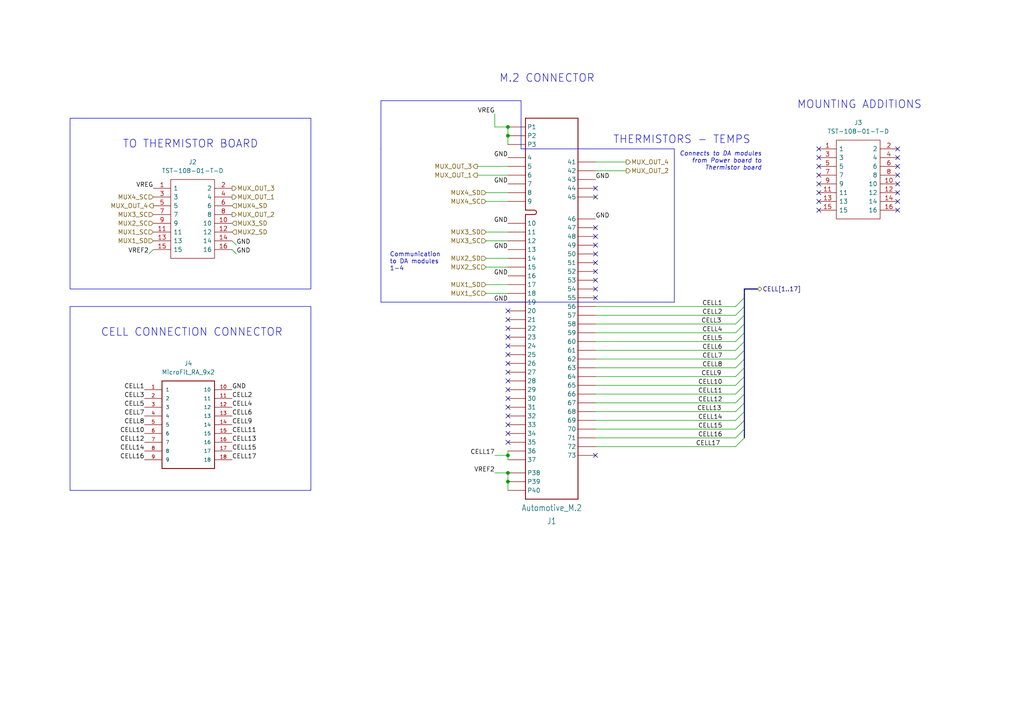
<source format=kicad_sch>
(kicad_sch (version 20230121) (generator eeschema)
  (paper "A4")
  (lib_symbols
    (symbol "OEM:Automotive_M.2"
      (property "Reference" "J?" (at 1.27 49.53 0))
      (property "Value" "Automotive_M.2" (at 7.62 45.72 0))
      (symbol "Automotive_M.2_0_1"
        (arc (start -5.0436 15.2415) (mid -4.4198 15.8765) (end -5.0436 16.5115) (stroke (width 0.25)))
        (polyline (pts (xy -7.62 15.24) (xy -5.08 15.24)) (stroke (width 0.25)))
        (polyline (pts (xy -7.62 16.51) (xy -5.08 16.51)) (stroke (width 0.25)))
        (polyline (pts (xy -7.62 43.18) (xy -7.62 16.51)) (stroke (width 0.25)))
        (polyline (pts (xy 7.62 -67.31) (xy -7.62 -67.31)) (stroke (width 0.25)))
      )
      (symbol "Automotive_M.2_1_0"
        (polyline (pts (xy -7.62 -67.31) (xy -7.62 15.24)) (stroke (width 0.254)))
        (polyline (pts (xy 7.62 43.18) (xy -7.62 43.18)) (stroke (width 0.254)))
        (polyline (pts (xy 7.62 43.18) (xy 7.62 -67.31)) (stroke (width 0.254)))
        (pin bidirectional line (at -12.7 12.7 0) (length 5.08) (name "10") (number "10"))
        (pin bidirectional line (at -12.7 10.16 0) (length 5.08) (name "11") (number "11"))
        (pin bidirectional line (at -12.7 7.62 0) (length 5.08) (name "12") (number "12"))
        (pin bidirectional line (at -12.7 5.08 0) (length 5.08) (name "13") (number "13"))
        (pin bidirectional line (at -12.7 2.54 0) (length 5.08) (name "14") (number "14"))
        (pin bidirectional line (at -12.7 0 0) (length 5.08) (name "15") (number "15"))
        (pin bidirectional line (at -12.7 -2.54 0) (length 5.08) (name "16") (number "16"))
        (pin bidirectional line (at -12.7 -5.08 0) (length 5.08) (name "17") (number "17"))
        (pin bidirectional line (at -12.7 -7.62 0) (length 5.08) (name "18") (number "18"))
        (pin bidirectional line (at -12.7 -10.16 0) (length 5.08) (name "19") (number "19"))
        (pin bidirectional line (at -12.7 -12.7 0) (length 5.08) (name "20") (number "20"))
        (pin bidirectional line (at -12.7 -15.24 0) (length 5.08) (name "21") (number "21"))
        (pin bidirectional line (at -12.7 -17.78 0) (length 5.08) (name "22") (number "22"))
        (pin bidirectional line (at -12.7 -20.32 0) (length 5.08) (name "23") (number "23"))
        (pin bidirectional line (at -12.7 -22.86 0) (length 5.08) (name "24") (number "24"))
        (pin bidirectional line (at -12.7 -25.4 0) (length 5.08) (name "25") (number "25"))
        (pin bidirectional line (at -12.7 -27.94 0) (length 5.08) (name "26") (number "26"))
        (pin bidirectional line (at -12.7 -30.48 0) (length 5.08) (name "27") (number "27"))
        (pin bidirectional line (at -12.7 -33.02 0) (length 5.08) (name "28") (number "28"))
        (pin bidirectional line (at -12.7 -35.56 0) (length 5.08) (name "29") (number "29"))
        (pin bidirectional line (at -12.7 -38.1 0) (length 5.08) (name "30") (number "30"))
        (pin bidirectional line (at -12.7 -40.64 0) (length 5.08) (name "31") (number "31"))
        (pin bidirectional line (at -12.7 -43.18 0) (length 5.08) (name "32") (number "32"))
        (pin bidirectional line (at -12.7 -45.72 0) (length 5.08) (name "33") (number "33"))
        (pin bidirectional line (at -12.7 -48.26 0) (length 5.08) (name "34") (number "34"))
        (pin bidirectional line (at -12.7 -50.8 0) (length 5.08) (name "35") (number "35"))
        (pin bidirectional line (at -12.7 -53.34 0) (length 5.08) (name "36") (number "36"))
        (pin bidirectional line (at -12.7 -55.88 0) (length 5.08) (name "37") (number "37"))
        (pin bidirectional line (at -12.7 31.75 0) (length 5.08) (name "4") (number "4"))
        (pin bidirectional line (at 12.7 30.48 180) (length 5.08) (name "41") (number "41"))
        (pin bidirectional line (at 12.7 27.94 180) (length 5.08) (name "42") (number "42"))
        (pin bidirectional line (at 12.7 25.4 180) (length 5.08) (name "43") (number "43"))
        (pin bidirectional line (at 12.7 22.86 180) (length 5.08) (name "44") (number "44"))
        (pin bidirectional line (at 12.7 20.32 180) (length 5.08) (name "45") (number "45"))
        (pin bidirectional line (at 12.7 13.97 180) (length 5.08) (name "46") (number "46"))
        (pin bidirectional line (at 12.7 11.43 180) (length 5.08) (name "47") (number "47"))
        (pin bidirectional line (at 12.7 8.89 180) (length 5.08) (name "48") (number "48"))
        (pin bidirectional line (at 12.7 6.35 180) (length 5.08) (name "49") (number "49"))
        (pin bidirectional line (at -12.7 29.21 0) (length 5.08) (name "5") (number "5"))
        (pin bidirectional line (at 12.7 3.81 180) (length 5.08) (name "50") (number "50"))
        (pin bidirectional line (at 12.7 1.27 180) (length 5.08) (name "51") (number "51"))
        (pin bidirectional line (at 12.7 -1.27 180) (length 5.08) (name "52") (number "52"))
        (pin bidirectional line (at 12.7 -3.81 180) (length 5.08) (name "53") (number "53"))
        (pin bidirectional line (at 12.7 -6.35 180) (length 5.08) (name "54") (number "54"))
        (pin bidirectional line (at 12.7 -8.89 180) (length 5.08) (name "55") (number "55"))
        (pin bidirectional line (at 12.7 -11.43 180) (length 5.08) (name "56") (number "56"))
        (pin bidirectional line (at 12.7 -13.97 180) (length 5.08) (name "57") (number "57"))
        (pin bidirectional line (at 12.7 -16.51 180) (length 5.08) (name "58") (number "58"))
        (pin bidirectional line (at 12.7 -19.05 180) (length 5.08) (name "59") (number "59"))
        (pin bidirectional line (at -12.7 26.67 0) (length 5.08) (name "6") (number "6"))
        (pin bidirectional line (at 12.7 -21.59 180) (length 5.08) (name "60") (number "60"))
        (pin bidirectional line (at 12.7 -24.13 180) (length 5.08) (name "61") (number "61"))
        (pin bidirectional line (at 12.7 -26.67 180) (length 5.08) (name "62") (number "62"))
        (pin bidirectional line (at 12.7 -29.21 180) (length 5.08) (name "63") (number "63"))
        (pin bidirectional line (at 12.7 -31.75 180) (length 5.08) (name "64") (number "64"))
        (pin bidirectional line (at 12.7 -34.29 180) (length 5.08) (name "65") (number "65"))
        (pin bidirectional line (at 12.7 -36.83 180) (length 5.08) (name "66") (number "66"))
        (pin bidirectional line (at 12.7 -39.37 180) (length 5.08) (name "67") (number "67"))
        (pin bidirectional line (at 12.7 -41.91 180) (length 5.08) (name "68") (number "68"))
        (pin bidirectional line (at 12.7 -44.45 180) (length 5.08) (name "69") (number "69"))
        (pin bidirectional line (at -12.7 24.13 0) (length 5.08) (name "7") (number "7"))
        (pin bidirectional line (at 12.7 -46.99 180) (length 5.08) (name "70") (number "70"))
        (pin bidirectional line (at 12.7 -49.53 180) (length 5.08) (name "71") (number "71"))
        (pin bidirectional line (at 12.7 -52.07 180) (length 5.08) (name "72") (number "72"))
        (pin bidirectional line (at 12.7 -54.61 180) (length 5.08) (name "73") (number "73"))
        (pin bidirectional line (at -12.7 21.59 0) (length 5.08) (name "8") (number "8"))
        (pin bidirectional line (at -12.7 19.05 0) (length 5.08) (name "9") (number "9"))
        (pin bidirectional line (at -12.7 40.64 0) (length 5.08) (name "P1") (number "P1"))
        (pin bidirectional line (at -12.7 38.1 0) (length 5.08) (name "P2") (number "P2"))
        (pin bidirectional line (at -12.7 35.56 0) (length 5.08) (name "P3") (number "P3"))
        (pin bidirectional line (at -12.7 -59.69 0) (length 5.08) (name "P38") (number "P38"))
        (pin bidirectional line (at -12.7 -62.23 0) (length 5.08) (name "P39") (number "P39"))
        (pin bidirectional line (at -12.7 -64.77 0) (length 5.08) (name "P40") (number "P40"))
      )
    )
    (symbol "OEM:MicroFit_RA_9x2" (pin_names (offset 1.016))
      (property "Reference" "J" (at -7.62 13.97 0))
      (property "Value" "MicroFit_RA_9x2" (at -7.62 -15.24 0))
      (symbol "MicroFit_RA_9x2_0_0"
        (pin passive line (at -12.7 10.16 0) (length 5.08) (name "1") (number "1"))
        (pin passive line (at 12.7 10.16 180) (length 5.08) (name "10") (number "10"))
        (pin passive line (at 12.7 7.62 180) (length 5.08) (name "11") (number "11"))
        (pin passive line (at 12.7 5.08 180) (length 5.08) (name "12") (number "12"))
        (pin passive line (at 12.7 2.54 180) (length 5.08) (name "13") (number "13"))
        (pin passive line (at 12.7 0 180) (length 5.08) (name "14") (number "14"))
        (pin passive line (at 12.7 -2.54 180) (length 5.08) (name "15") (number "15"))
        (pin passive line (at 12.7 -5.08 180) (length 5.08) (name "16") (number "16"))
        (pin passive line (at 12.7 -7.62 180) (length 5.08) (name "17") (number "17"))
        (pin passive line (at 12.7 -10.16 180) (length 5.08) (name "18") (number "18"))
        (pin passive line (at -12.7 7.62 0) (length 5.08) (name "2") (number "2"))
        (pin passive line (at -12.7 5.08 0) (length 5.08) (name "3") (number "3"))
        (pin passive line (at -12.7 2.54 0) (length 5.08) (name "4") (number "4"))
        (pin passive line (at -12.7 0 0) (length 5.08) (name "5") (number "5"))
        (pin passive line (at -12.7 -2.54 0) (length 5.08) (name "6") (number "6"))
        (pin passive line (at -12.7 -5.08 0) (length 5.08) (name "7") (number "7"))
        (pin passive line (at -12.7 -7.62 0) (length 5.08) (name "8") (number "8"))
        (pin passive line (at -12.7 -10.16 0) (length 5.08) (name "9") (number "9"))
      )
      (symbol "MicroFit_RA_9x2_1_0"
        (rectangle (start -7.62 12.7) (end 7.62 -12.7) (stroke (width 0.254)))
      )
    )
    (symbol "OEM:TST-108-01-T-D" (pin_names (offset 0.762))
      (property "Reference" "J" (at 7.62 16.51 0))
      (property "Value" "TST-108-01-T-D" (at 7.62 13.97 0))
      (symbol "TST-108-01-T-D_0_0"
        (pin passive line (at -11.43 8.89 0) (length 5.08) (name "1") (number "1"))
        (pin passive line (at 11.43 -1.27 180) (length 5.08) (name "10") (number "10"))
        (pin passive line (at -11.43 -3.81 0) (length 5.08) (name "11") (number "11"))
        (pin passive line (at 11.43 -3.81 180) (length 5.08) (name "12") (number "12"))
        (pin passive line (at -11.43 -6.35 0) (length 5.08) (name "13") (number "13"))
        (pin passive line (at 11.43 -6.35 180) (length 5.08) (name "14") (number "14"))
        (pin passive line (at -11.43 -8.89 0) (length 5.08) (name "15") (number "15"))
        (pin passive line (at 11.43 -8.89 180) (length 5.08) (name "16") (number "16"))
        (pin passive line (at 11.43 8.89 180) (length 5.08) (name "2") (number "2"))
        (pin passive line (at -11.43 6.35 0) (length 5.08) (name "3") (number "3"))
        (pin passive line (at 11.43 6.35 180) (length 5.08) (name "4") (number "4"))
        (pin passive line (at -11.43 3.81 0) (length 5.08) (name "5") (number "5"))
        (pin passive line (at 11.43 3.81 180) (length 5.08) (name "6") (number "6"))
        (pin passive line (at -11.43 1.27 0) (length 5.08) (name "7") (number "7"))
        (pin passive line (at 11.43 1.27 180) (length 5.08) (name "8") (number "8"))
        (pin passive line (at -11.43 -1.27 0) (length 5.08) (name "9") (number "9"))
      )
      (symbol "TST-108-01-T-D_0_1"
        (polyline (pts (xy -6.35 11.43) (xy 6.35 11.43) (xy 6.35 -11.43) (xy -6.35 -11.43) (xy -6.35 11.43)) (stroke (width 0.1524)))
      )
    )
  )
  (junction (at 147.32 139.7))
  (junction (at 147.32 39.37))
  (junction (at 147.32 36.83))
  (junction (at 147.32 137.16))
  (junction (at 147.32 132.08))
  (no_connect (at 172.72 66.04))
  (no_connect (at 260.35 53.34))
  (no_connect (at 172.72 54.61))
  (no_connect (at 237.49 45.72))
  (no_connect (at 147.32 105.41))
  (no_connect (at 147.32 110.49))
  (no_connect (at 237.49 60.96))
  (no_connect (at 172.72 57.15))
  (no_connect (at 147.32 113.03))
  (no_connect (at 147.32 90.17))
  (no_connect (at 260.35 43.18))
  (no_connect (at 237.49 55.88))
  (no_connect (at 172.72 68.58))
  (no_connect (at 172.72 83.82))
  (no_connect (at 237.49 48.26))
  (no_connect (at 237.49 43.18))
  (no_connect (at 147.32 97.79))
  (no_connect (at 260.35 45.72))
  (no_connect (at 260.35 55.88))
  (no_connect (at 260.35 48.26))
  (no_connect (at 172.72 76.2))
  (no_connect (at 172.72 78.74))
  (no_connect (at 237.49 50.8))
  (no_connect (at 147.32 107.95))
  (no_connect (at 260.35 50.8))
  (no_connect (at 172.72 73.66))
  (no_connect (at 260.35 60.96))
  (no_connect (at 147.32 115.57))
  (no_connect (at 172.72 86.36))
  (no_connect (at 147.32 102.87))
  (no_connect (at 237.49 53.34))
  (no_connect (at 260.35 58.42))
  (no_connect (at 147.32 92.71))
  (no_connect (at 147.32 123.19))
  (no_connect (at 172.72 81.28))
  (no_connect (at 172.72 132.08))
  (no_connect (at 172.72 71.12))
  (no_connect (at 147.32 120.65))
  (no_connect (at 147.32 118.11))
  (no_connect (at 147.32 125.73))
  (no_connect (at 147.32 95.25))
  (no_connect (at 147.32 100.33))
  (no_connect (at 147.32 128.27))
  (no_connect (at 237.49 58.42))
  (bus_entry (at 215.9 106.68) (size -2.54 2.54))
  (bus_entry (at 215.9 86.36) (size -2.54 2.54))
  (bus_entry (at 215.9 93.98) (size -2.54 2.54))
  (bus_entry (at 215.9 109.22) (size -2.54 2.54))
  (bus_entry (at 215.9 119.38) (size -2.54 2.54))
  (bus_entry (at 215.9 116.84) (size -2.54 2.54))
  (bus_entry (at 215.9 96.52) (size -2.54 2.54))
  (bus_entry (at 215.9 101.6) (size -2.54 2.54))
  (bus_entry (at 215.9 124.46) (size -2.54 2.54))
  (bus_entry (at 215.9 114.3) (size -2.54 2.54))
  (bus_entry (at 215.9 121.92) (size -2.54 2.54))
  (bus_entry (at 215.9 104.14) (size -2.54 2.54))
  (bus_entry (at 215.9 127) (size -2.54 2.54))
  (bus_entry (at 215.9 91.44) (size -2.54 2.54))
  (bus_entry (at 215.9 99.06) (size -2.54 2.54))
  (bus_entry (at 215.9 88.9) (size -2.54 2.54))
  (bus_entry (at 215.9 111.76) (size -2.54 2.54))
  (wire (pts (xy 143.51 132.08) (xy 147.32 132.08)))
  (wire (pts (xy 68.58 73.66) (xy 67.31 72.39)))
  (bus (pts (xy 215.9 114.3) (xy 215.9 116.84)))
  (polyline (pts (xy 110.49 43.18) (xy 110.49 87.63)))
  (wire (pts (xy 213.36 91.44) (xy 172.72 91.44)))
  (wire (pts (xy 147.32 130.81) (xy 147.32 132.08)))
  (bus (pts (xy 219.71 83.82) (xy 215.9 83.82)))
  (bus (pts (xy 215.9 109.22) (xy 215.9 111.76)))
  (wire (pts (xy 213.36 129.54) (xy 172.72 129.54)))
  (bus (pts (xy 215.9 91.44) (xy 215.9 93.98)))
  (bus (pts (xy 215.9 116.84) (xy 215.9 119.38)))
  (wire (pts (xy 147.32 139.7) (xy 147.32 142.24)))
  (bus (pts (xy 215.9 96.52) (xy 215.9 99.06)))
  (wire (pts (xy 213.36 96.52) (xy 172.72 96.52)))
  (wire (pts (xy 140.97 55.88) (xy 147.32 55.88)))
  (wire (pts (xy 213.36 104.14) (xy 172.72 104.14)))
  (wire (pts (xy 147.32 39.37) (xy 147.32 41.91)))
  (wire (pts (xy 143.51 36.83) (xy 147.32 36.83)))
  (wire (pts (xy 213.36 119.38) (xy 172.72 119.38)))
  (polyline (pts (xy 195.58 87.63) (xy 195.58 43.18)))
  (wire (pts (xy 213.36 114.3) (xy 172.72 114.3)))
  (wire (pts (xy 43.18 73.66) (xy 44.45 72.39)))
  (wire (pts (xy 213.36 124.46) (xy 172.72 124.46)))
  (wire (pts (xy 147.32 36.83) (xy 147.32 39.37)))
  (bus (pts (xy 215.9 124.46) (xy 215.9 127)))
  (polyline (pts (xy 151.13 43.18) (xy 195.58 43.18)))
  (wire (pts (xy 143.51 33.02) (xy 143.51 36.83)))
  (wire (pts (xy 213.36 121.92) (xy 172.72 121.92)))
  (wire (pts (xy 140.97 67.31) (xy 147.32 67.31)))
  (polyline (pts (xy 151.13 29.21) (xy 151.13 43.18)))
  (bus (pts (xy 215.9 93.98) (xy 215.9 96.52)))
  (wire (pts (xy 213.36 116.84) (xy 172.72 116.84)))
  (wire (pts (xy 140.97 69.85) (xy 147.32 69.85)))
  (bus (pts (xy 215.9 88.9) (xy 215.9 91.44)))
  (bus (pts (xy 215.9 111.76) (xy 215.9 114.3)))
  (wire (pts (xy 147.32 137.16) (xy 147.32 139.7)))
  (bus (pts (xy 215.9 106.68) (xy 215.9 109.22)))
  (wire (pts (xy 68.58 71.12) (xy 67.31 69.85)))
  (wire (pts (xy 140.97 74.93) (xy 147.32 74.93)))
  (bus (pts (xy 215.9 101.6) (xy 215.9 104.14)))
  (wire (pts (xy 143.51 137.16) (xy 147.32 137.16)))
  (wire (pts (xy 147.32 132.08) (xy 147.32 133.35)))
  (bus (pts (xy 215.9 83.82) (xy 215.9 86.36)))
  (polyline (pts (xy 110.49 87.63) (xy 195.58 87.63)))
  (wire (pts (xy 140.97 58.42) (xy 147.32 58.42)))
  (wire (pts (xy 213.36 88.9) (xy 172.72 88.9)))
  (bus (pts (xy 215.9 104.14) (xy 215.9 106.68)))
  (wire (pts (xy 213.36 127) (xy 172.72 127)))
  (polyline (pts (xy 110.49 29.21) (xy 151.13 29.21)))
  (bus (pts (xy 215.9 119.38) (xy 215.9 121.92)))
  (bus (pts (xy 215.9 121.92) (xy 215.9 124.46)))
  (wire (pts (xy 213.36 106.68) (xy 172.72 106.68)))
  (wire (pts (xy 138.43 50.8) (xy 147.32 50.8)))
  (wire (pts (xy 138.43 48.26) (xy 147.32 48.26)))
  (wire (pts (xy 181.61 46.99) (xy 172.72 46.99)))
  (bus (pts (xy 215.9 86.36) (xy 215.9 88.9)))
  (wire (pts (xy 213.36 109.22) (xy 172.72 109.22)))
  (bus (pts (xy 215.9 99.06) (xy 215.9 101.6)))
  (wire (pts (xy 213.36 111.76) (xy 172.72 111.76)))
  (wire (pts (xy 140.97 85.09) (xy 147.32 85.09)))
  (wire (pts (xy 213.36 101.6) (xy 172.72 101.6)))
  (wire (pts (xy 181.61 49.53) (xy 172.72 49.53)))
  (wire (pts (xy 213.36 99.06) (xy 172.72 99.06)))
  (wire (pts (xy 140.97 77.47) (xy 147.32 77.47)))
  (polyline (pts (xy 110.49 43.18) (xy 110.49 29.21)))
  (wire (pts (xy 213.36 93.98) (xy 172.72 93.98)))
  (wire (pts (xy 140.97 82.55) (xy 147.32 82.55)))
  (rectangle (start 20.32 34.29) (end 90.17 83.82))
  (rectangle (start 20.32 88.9) (end 90.17 142.24))
  (text "MOUNTING ADDITIONS" (at 231.14 31.75 0) (effects (font (size 2.2606 2.2606)) (justify left bottom)))
  (text "THERMISTORS - TEMPS" (at 177.8 41.91 0) (effects (font (size 2.2606 2.2606)) (justify left bottom)))
  (text "CELL CONNECTION CONNECTOR" (at 29.21 97.79 0) (effects (font (size 2.2606 2.2606)) (justify left bottom)))
  (text "M.2 CONNECTOR" (at 144.78 24.13 0) (effects (font (size 2.2606 2.2606)) (justify left bottom)))
  (text "TO THERMISTOR BOARD" (at 35.56 43.18 0) (effects (font (size 2.2606 2.2606)) (justify left bottom)))
  (text "Communication\nto DA modules\n1-4" (at 113.03 78.74 0) (effects (font (size 1.27 1.27)) (justify left bottom)))
  (text "Connects to DA modules\nfrom Power board to\nThermistor board" (at 220.98 49.53 0) (effects (font (size 1.27 1.27) italic) (justify right bottom)))
  (label "CELL15" (at 67.31 130.81 0))
  (label "GND" (at 172.72 63.5 0))
  (label "CELL4" (at 67.31 118.11 0))
  (label "CELL8" (at 209.55 106.68 180))
  (label "GND" (at 147.32 53.34 180))
  (label "CELL5" (at 41.91 118.11 180))
  (label "CELL7" (at 209.55 104.14 180))
  (label "CELL12" (at 209.55 116.84 180))
  (label "CELL2" (at 209.55 91.44 180))
  (label "GND" (at 67.31 113.03 0))
  (label "GND" (at 147.32 87.63 180))
  (label "CELL10" (at 41.91 125.73 180))
  (label "CELL17" (at 208.9224 129.54 180))
  (label "CELL2" (at 67.31 115.57 0))
  (label "CELL14" (at 209.55 121.92 180))
  (label "CELL1" (at 41.91 113.03 180))
  (label "CELL12" (at 41.91 128.27 180))
  (label "CELL15" (at 209.55 124.46 180))
  (label "CELL10" (at 209.55 111.76 180))
  (label "CELL7" (at 41.91 120.65 180))
  (label "CELL16" (at 41.91 133.35 180))
  (label "CELL3" (at 41.91 115.57 180))
  (label "CELL8" (at 41.91 123.19 180))
  (label "GND" (at 147.32 80.01 180))
  (label "CELL9" (at 209.2715 109.22 180))
  (label "CELL17" (at 67.31 133.35 0))
  (label "VREF2" (at 143.51 137.16 180))
  (label "CELL5" (at 209.55 99.06 180))
  (label "VREG" (at 143.51 33.02 180))
  (label "GND" (at 147.32 45.72 180))
  (label "CELL3" (at 209.2715 93.98 180))
  (label "CELL13" (at 209.2715 119.38 180))
  (label "GND" (at 147.32 64.77 180))
  (label "GND" (at 147.32 72.39 180))
  (label "VREG" (at 44.45 54.61 180))
  (label "CELL4" (at 209.55 96.52 180))
  (label "GND" (at 172.72 52.07 0))
  (label "CELL14" (at 41.91 130.81 180))
  (label "CELL13" (at 67.31 128.27 0))
  (label "CELL9" (at 67.31 123.19 0))
  (label "CELL11" (at 67.31 125.73 0))
  (label "CELL16" (at 209.55 127 180))
  (label "CELL11" (at 209.55 114.3 180))
  (label "CELL6" (at 209.55 101.6 180))
  (label "CELL17" (at 143.51 132.08 180))
  (label "CELL6" (at 67.31 120.65 0))
  (label "VREF2" (at 43.18 73.66 180))
  (label "CELL1" (at 209.55 88.9 180))
  (label "GND" (at 68.58 73.66 0))
  (label "GND" (at 68.58 71.12 0))
  (hierarchical_label "MUX2_SC" (shape input) (at 44.45 64.77 180))
  (hierarchical_label "MUX_OUT_4" (shape output) (at 181.61 46.99 0))
  (hierarchical_label "MUX1_SD" (shape input) (at 44.45 69.85 180))
  (hierarchical_label "MUX1_SD" (shape input) (at 140.97 82.55 180))
  (hierarchical_label "MUX3_SC" (shape input) (at 44.45 62.23 180))
  (hierarchical_label "MUX4_SD" (shape input) (at 67.31 59.69 0))
  (hierarchical_label "CELL[1..17]" (shape bidirectional) (at 219.71 83.82 0))
  (hierarchical_label "MUX2_SD" (shape input) (at 140.97 74.93 180))
  (hierarchical_label "MUX1_SC" (shape input) (at 44.45 67.31 180))
  (hierarchical_label "MUX2_SC" (shape input) (at 140.97 77.47 180))
  (hierarchical_label "MUX_OUT_2" (shape output) (at 67.31 62.23 0))
  (hierarchical_label "MUX_OUT_3" (shape output) (at 138.43 48.26 180))
  (hierarchical_label "MUX3_SC" (shape input) (at 140.97 69.85 180))
  (hierarchical_label "MUX4_SC" (shape input) (at 140.97 58.42 180))
  (hierarchical_label "MUX3_SD" (shape input) (at 67.31 64.77 0))
  (hierarchical_label "MUX1_SC" (shape input) (at 140.97 85.09 180))
  (hierarchical_label "MUX_OUT_2" (shape output) (at 181.61 49.53 0))
  (hierarchical_label "MUX_OUT_3" (shape output) (at 67.31 54.61 0))
  (hierarchical_label "MUX4_SD" (shape input) (at 140.97 55.88 180))
  (hierarchical_label "MUX_OUT_1" (shape output) (at 67.31 57.15 0))
  (hierarchical_label "MUX3_SD" (shape input) (at 140.97 67.31 180))
  (hierarchical_label "MUX2_SD" (shape input) (at 67.31 67.31 0))
  (hierarchical_label "MUX_OUT_4" (shape output) (at 44.45 59.69 180))
  (hierarchical_label "MUX_OUT_1" (shape output) (at 138.43 50.8 180))
  (hierarchical_label "MUX4_SC" (shape input) (at 44.45 57.15 180))
  (symbol (lib_id "OEM:TST-108-01-T-D") (at 55.88 63.5 0) (unit 1)
    (property "Reference" "J2" (at 55.88 46.99 0))
    (property "Value" "TST-108-01-T-D" (at 55.88 49.53 0))
    (property "Footprint" "OEM:TST-108-XX-T-D" (effects hide))
    (property "Datasheet" "http://suddendocs.samtec.com/prints/tst-1xx-xx-x-x-xx-xx-mkt.pdf" (effects hide))
    (property "MPN" "TST-108-01-T-D" (effects hide))
    (property "MFN" "Samtec" (effects hide))
    (property "DKPN" "SAM13026-ND" (effects hide))
    (property "NewDesigns" "YES" (effects hide))
    (property "Stocked" "Bulk" (effects hide))
    (property "Package" "Custom" (effects hide))
    (property "Style" "THT" (effects hide))
    (property "MatesWith" "IDSD-08-D-04.00-T-G-ND" (effects hide))
  )
  (symbol (lib_id "OEM:MicroFit_RA_9x2") (at 54.61 123.19 0) (unit 1)
    (property "Reference" "J4" (at 54.61 105.41 0))
    (property "Value" "MicroFit_RA_9x2" (at 54.61 107.95 0))
    (property "Footprint" "OEM:MicroFit_RA_9x2" (effects hide))
    (property "Datasheet" "https://www.molex.com/en-us/products/part-detail/430451800?display=pdf" (effects hide))
    (property "MAXIMUM_PACKAGE_HEIGHT" "8.77mm" (effects hide))
    (property "Check_prices" "https://www.snapeda.com/parts/430451800/Molex/view-part/?ref=eda" (effects hide))
    (property "STANDARD" "Manufacturer Recommendations" (effects hide))
    (property "PARTREV" "G" (effects hide))
    (property "Part Number" "430451800" (effects hide))
    (property "Description" "\nConn Power HDR 18 POS 3mm Solder RA Thru-Hole 18 Terminal 1 Port Micro-Fit 3.0™ Tray\n" (effects hide))
    (property "Availability" "In Stock" (effects hide))
    (property "MANUFACTURER" "Molex" (effects hide))
  )
  (symbol (lib_id "OEM:Automotive_M.2") (at 160.02 77.47 0) (unit 1)
    (property "Reference" "J1" (at 160.02 151.13 0) (effects (font (size 1.778 1.5113))))
    (property "Value" "Automotive_M.2" (at 160.02 147.32 0) (effects (font (size 1.778 1.5113))))
    (property "Footprint" "OEM:MKVI_BMS_CSC" (effects hide))
    (property "Datasheet" "https://www.mouser.com/catalog/specsheets/Yamaichi_04142021_CNU027S-067-2001-VE_DataSheet_Ver_A.pdf" (effects hide))
    (property "MPN" "CNU027S-067-2001-VE" (effects hide))
    (property "MFN" "Yamaichi Electronics" (effects hide))
    (property "DKPN" "MOUSER:945-CNU027S0672001VE" (effects hide))
    (property "NewDesigns" "YES" (effects hide))
    (property "Stocked" "Tape" (effects hide))
    (property "Package" "Custom" (effects hide))
    (property "Style" "SMD" (effects hide))
  )
  (symbol (lib_id "OEM:TST-108-01-T-D") (at 248.92 52.07 0) (unit 1)
    (property "Reference" "J3" (at 248.92 35.56 0))
    (property "Value" "TST-108-01-T-D" (at 248.92 38.1 0))
    (property "Footprint" "OEM:TST-108-XX-T-D" (effects hide))
    (property "Datasheet" "http://suddendocs.samtec.com/prints/tst-1xx-xx-x-x-xx-xx-mkt.pdf" (effects hide))
    (property "MPN" "TST-108-01-T-D" (effects hide))
    (property "MFN" "Samtec" (effects hide))
    (property "DKPN" "SAM13026-ND" (effects hide))
    (property "NewDesigns" "YES" (effects hide))
    (property "Stocked" "Bulk" (effects hide))
    (property "Package" "Custom" (effects hide))
    (property "Style" "THT" (effects hide))
    (property "MatesWith" "IDSD-08-D-04.00-T-G-ND" (effects hide))
  )
)
</source>
